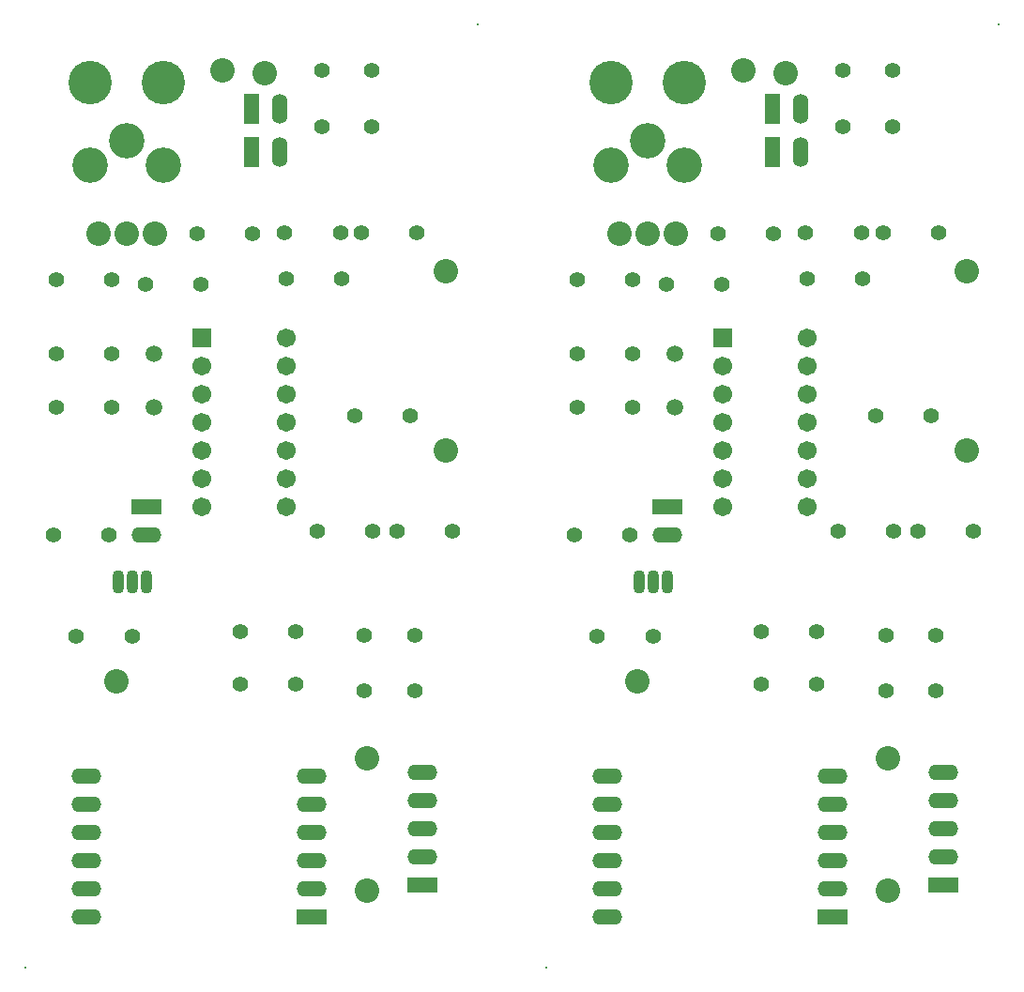
<source format=gbs>
%FSLAX23Y23*%
%MOIN*%
G70*
G01*
G75*
G04 Layer_Color=16711935*
%ADD10O,0.024X0.075*%
%ADD11O,0.055X0.018*%
%ADD12O,0.018X0.055*%
%ADD13C,0.018*%
%ADD14C,0.047*%
%ADD15C,0.039*%
%ADD16C,0.024*%
%ADD17C,0.079*%
%ADD18R,0.098X0.047*%
%ADD19O,0.098X0.047*%
%ADD20C,0.047*%
%ADD21C,0.079*%
%ADD22C,0.118*%
%ADD23C,0.146*%
%ADD24C,0.051*%
%ADD25C,0.059*%
%ADD26R,0.059X0.059*%
%ADD27O,0.039X0.079*%
%ADD28O,0.039X0.079*%
%ADD29R,0.047X0.098*%
%ADD30O,0.047X0.098*%
%ADD31C,0.024*%
%ADD32C,0.008*%
%ADD33C,0.016*%
%ADD34C,0.010*%
%ADD35C,0.010*%
%ADD36O,0.031X0.083*%
%ADD37O,0.019X0.057*%
%ADD38C,0.008*%
%ADD39R,0.106X0.055*%
%ADD40O,0.106X0.055*%
%ADD41C,0.055*%
%ADD42C,0.087*%
%ADD43C,0.126*%
%ADD44C,0.154*%
%ADD45C,0.067*%
%ADD46R,0.067X0.067*%
%ADD47O,0.043X0.083*%
%ADD48O,0.043X0.083*%
%ADD49R,0.055X0.106*%
%ADD50O,0.055X0.106*%
D25*
X543Y2267D02*
D03*
Y2075D02*
D03*
X2394Y2267D02*
D03*
Y2075D02*
D03*
D38*
X1693Y3435D02*
D03*
X87Y87D02*
D03*
X3543Y3435D02*
D03*
X1937Y87D02*
D03*
D39*
X1102Y267D02*
D03*
X516Y1724D02*
D03*
X1496Y378D02*
D03*
X2953Y267D02*
D03*
X2366Y1724D02*
D03*
X3347Y378D02*
D03*
D40*
X1102Y367D02*
D03*
Y467D02*
D03*
Y567D02*
D03*
Y667D02*
D03*
Y767D02*
D03*
X302Y267D02*
D03*
Y367D02*
D03*
Y467D02*
D03*
Y567D02*
D03*
Y667D02*
D03*
Y767D02*
D03*
X516Y1624D02*
D03*
X1496Y778D02*
D03*
Y678D02*
D03*
Y578D02*
D03*
Y478D02*
D03*
X2953Y367D02*
D03*
Y467D02*
D03*
Y567D02*
D03*
Y667D02*
D03*
Y767D02*
D03*
X2153Y267D02*
D03*
Y367D02*
D03*
Y467D02*
D03*
Y567D02*
D03*
Y667D02*
D03*
Y767D02*
D03*
X2366Y1624D02*
D03*
X3347Y778D02*
D03*
Y678D02*
D03*
Y578D02*
D03*
Y478D02*
D03*
D41*
X1291Y1070D02*
D03*
Y1267D02*
D03*
X1469Y1070D02*
D03*
Y1267D02*
D03*
X197Y2267D02*
D03*
X394D02*
D03*
X195Y2075D02*
D03*
X392D02*
D03*
X1122Y1637D02*
D03*
X1319D02*
D03*
X1602D02*
D03*
X1406D02*
D03*
X1453Y2047D02*
D03*
X1256D02*
D03*
X1008Y2696D02*
D03*
X1205D02*
D03*
X1139Y3271D02*
D03*
Y3074D02*
D03*
X1316Y3271D02*
D03*
Y3074D02*
D03*
X197Y2530D02*
D03*
X394D02*
D03*
X894Y2693D02*
D03*
X697D02*
D03*
X185Y1622D02*
D03*
X382D02*
D03*
X268Y1263D02*
D03*
X465D02*
D03*
X1047Y1094D02*
D03*
X850D02*
D03*
Y1279D02*
D03*
X1047D02*
D03*
X1012Y2531D02*
D03*
X1209D02*
D03*
X1478Y2696D02*
D03*
X1281D02*
D03*
X512Y2511D02*
D03*
X709D02*
D03*
X3142Y1070D02*
D03*
Y1267D02*
D03*
X3319Y1070D02*
D03*
Y1267D02*
D03*
X2047Y2267D02*
D03*
X2244D02*
D03*
X2045Y2075D02*
D03*
X2242D02*
D03*
X2972Y1637D02*
D03*
X3169D02*
D03*
X3453D02*
D03*
X3256D02*
D03*
X3303Y2047D02*
D03*
X3106D02*
D03*
X2858Y2696D02*
D03*
X3055D02*
D03*
X2989Y3271D02*
D03*
Y3074D02*
D03*
X3167Y3271D02*
D03*
Y3074D02*
D03*
X2047Y2530D02*
D03*
X2244D02*
D03*
X2744Y2693D02*
D03*
X2547D02*
D03*
X2035Y1622D02*
D03*
X2232D02*
D03*
X2118Y1263D02*
D03*
X2315D02*
D03*
X2898Y1094D02*
D03*
X2701D02*
D03*
Y1279D02*
D03*
X2898D02*
D03*
X2862Y2531D02*
D03*
X3059D02*
D03*
X3329Y2696D02*
D03*
X3132D02*
D03*
X2362Y2511D02*
D03*
X2559D02*
D03*
D42*
X937Y3263D02*
D03*
X787Y3271D02*
D03*
X1299Y830D02*
D03*
Y358D02*
D03*
X346Y2693D02*
D03*
X446D02*
D03*
X546D02*
D03*
X409Y1102D02*
D03*
X1579Y2560D02*
D03*
Y1924D02*
D03*
X2787Y3263D02*
D03*
X2638Y3271D02*
D03*
X3150Y830D02*
D03*
Y358D02*
D03*
X2197Y2693D02*
D03*
X2297D02*
D03*
X2397D02*
D03*
X2260Y1102D02*
D03*
X3429Y2560D02*
D03*
Y1924D02*
D03*
D43*
X575Y2937D02*
D03*
X445Y3023D02*
D03*
X315Y2937D02*
D03*
X2425D02*
D03*
X2295Y3023D02*
D03*
X2165Y2937D02*
D03*
D44*
X575Y3228D02*
D03*
X315D02*
D03*
X2425D02*
D03*
X2165D02*
D03*
D45*
X1012Y1723D02*
D03*
Y1823D02*
D03*
Y1923D02*
D03*
Y2023D02*
D03*
Y2123D02*
D03*
Y2223D02*
D03*
Y2323D02*
D03*
X712Y1723D02*
D03*
Y1823D02*
D03*
Y1923D02*
D03*
Y2023D02*
D03*
Y2123D02*
D03*
Y2223D02*
D03*
X2863Y1723D02*
D03*
Y1823D02*
D03*
Y1923D02*
D03*
Y2023D02*
D03*
Y2123D02*
D03*
Y2223D02*
D03*
Y2323D02*
D03*
X2563Y1723D02*
D03*
Y1823D02*
D03*
Y1923D02*
D03*
Y2023D02*
D03*
Y2123D02*
D03*
Y2223D02*
D03*
D46*
X712Y2323D02*
D03*
X2563D02*
D03*
D47*
X415Y1456D02*
D03*
X465D02*
D03*
X2265D02*
D03*
X2315D02*
D03*
D48*
X515D02*
D03*
X2365D02*
D03*
D49*
X890Y2984D02*
D03*
X890Y3137D02*
D03*
X2740Y2984D02*
D03*
X2740Y3137D02*
D03*
D50*
X990Y2984D02*
D03*
X990Y3137D02*
D03*
X2840Y2984D02*
D03*
X2840Y3137D02*
D03*
M02*

</source>
